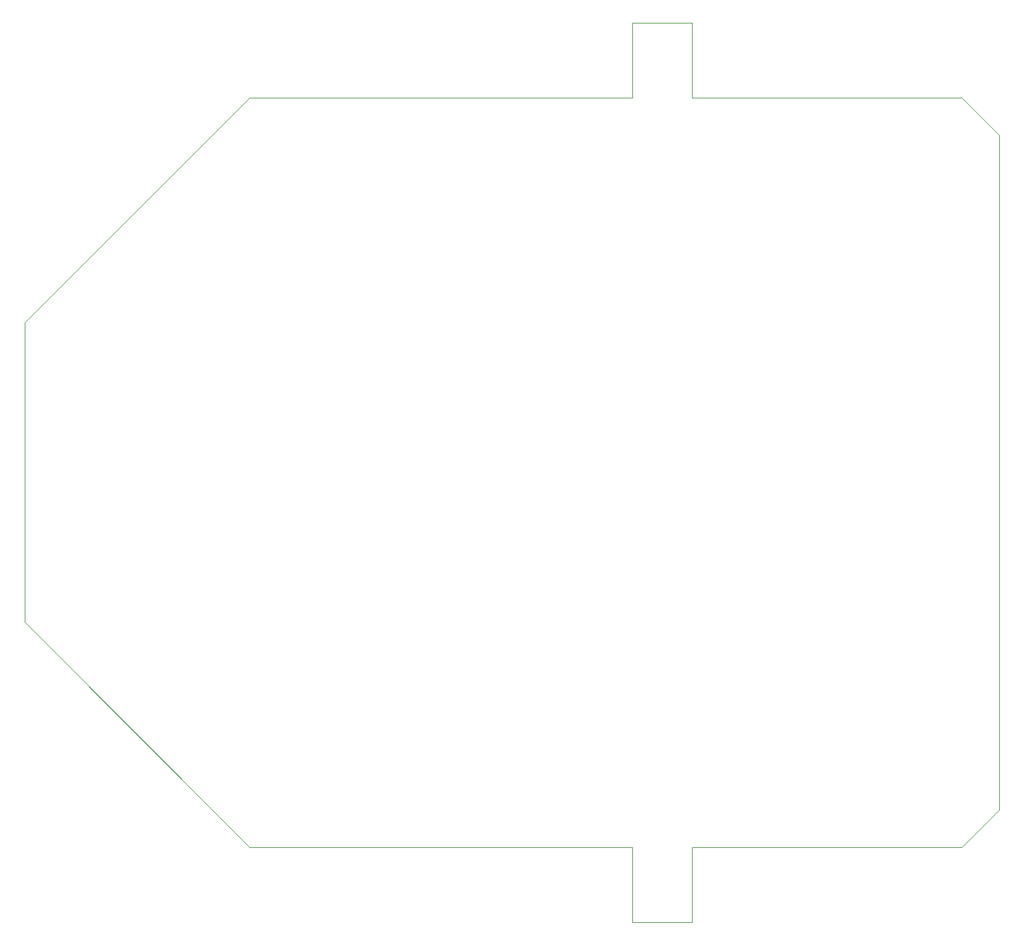
<source format=gbr>
G04 (created by PCBNEW (2013-may-18)-stable) date Вт 27 окт 2015 07:17:40*
%MOIN*%
G04 Gerber Fmt 3.4, Leading zero omitted, Abs format*
%FSLAX34Y34*%
G01*
G70*
G90*
G04 APERTURE LIST*
%ADD10C,0.00590551*%
%ADD11C,0.00393701*%
G04 APERTURE END LIST*
G54D10*
G54D11*
X51968Y-12204D02*
X31889Y-12204D01*
X51968Y-8267D02*
X51968Y-12204D01*
X55118Y-8267D02*
X51968Y-8267D01*
X55118Y-12204D02*
X55118Y-8267D01*
X69291Y-12204D02*
X55118Y-12204D01*
X71259Y-14173D02*
X69291Y-12204D01*
X71259Y-49606D02*
X71259Y-14173D01*
X69291Y-51574D02*
X71259Y-49606D01*
X55118Y-51574D02*
X69291Y-51574D01*
X55118Y-55511D02*
X55118Y-51574D01*
X51968Y-55511D02*
X55118Y-55511D01*
X51968Y-51574D02*
X51968Y-55511D01*
X31889Y-51574D02*
X51968Y-51574D01*
X20078Y-39763D02*
X31889Y-51574D01*
X20078Y-24015D02*
X20078Y-39763D01*
X31889Y-12204D02*
X20078Y-24015D01*
M02*

</source>
